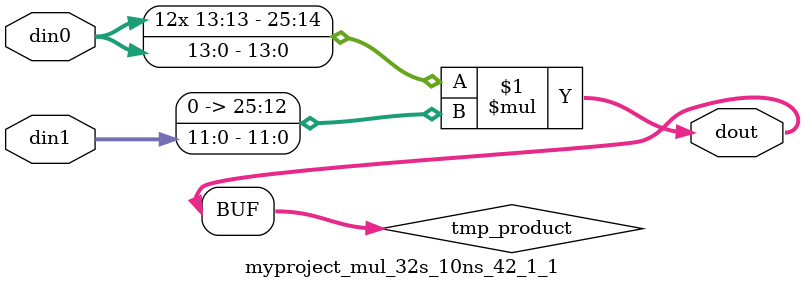
<source format=v>

`timescale 1 ns / 1 ps

  module myproject_mul_32s_10ns_42_1_1(din0, din1, dout);
parameter ID = 1;
parameter NUM_STAGE = 0;
parameter din0_WIDTH = 14;
parameter din1_WIDTH = 12;
parameter dout_WIDTH = 26;

input [din0_WIDTH - 1 : 0] din0; 
input [din1_WIDTH - 1 : 0] din1; 
output [dout_WIDTH - 1 : 0] dout;

wire signed [dout_WIDTH - 1 : 0] tmp_product;












assign tmp_product = $signed(din0) * $signed({1'b0, din1});









assign dout = tmp_product;







endmodule

</source>
